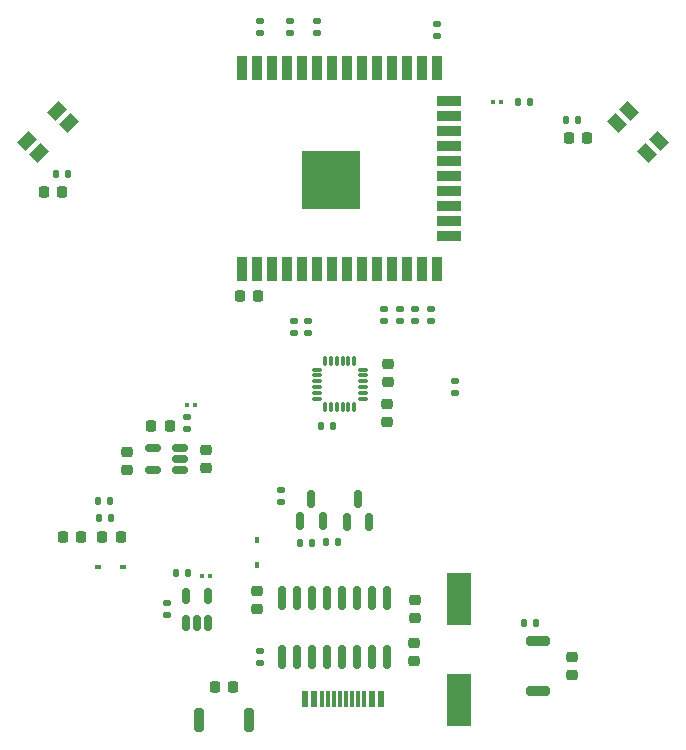
<source format=gbr>
%TF.GenerationSoftware,KiCad,Pcbnew,(6.0.0-0)*%
%TF.CreationDate,2022-03-19T01:27:05+08:00*%
%TF.ProjectId,PCB,5043422e-6b69-4636-9164-5f7063625858,rev?*%
%TF.SameCoordinates,Original*%
%TF.FileFunction,Paste,Top*%
%TF.FilePolarity,Positive*%
%FSLAX46Y46*%
G04 Gerber Fmt 4.6, Leading zero omitted, Abs format (unit mm)*
G04 Created by KiCad (PCBNEW (6.0.0-0)) date 2022-03-19 01:27:05*
%MOMM*%
%LPD*%
G01*
G04 APERTURE LIST*
G04 Aperture macros list*
%AMRoundRect*
0 Rectangle with rounded corners*
0 $1 Rounding radius*
0 $2 $3 $4 $5 $6 $7 $8 $9 X,Y pos of 4 corners*
0 Add a 4 corners polygon primitive as box body*
4,1,4,$2,$3,$4,$5,$6,$7,$8,$9,$2,$3,0*
0 Add four circle primitives for the rounded corners*
1,1,$1+$1,$2,$3*
1,1,$1+$1,$4,$5*
1,1,$1+$1,$6,$7*
1,1,$1+$1,$8,$9*
0 Add four rect primitives between the rounded corners*
20,1,$1+$1,$2,$3,$4,$5,0*
20,1,$1+$1,$4,$5,$6,$7,0*
20,1,$1+$1,$6,$7,$8,$9,0*
20,1,$1+$1,$8,$9,$2,$3,0*%
%AMRotRect*
0 Rectangle, with rotation*
0 The origin of the aperture is its center*
0 $1 length*
0 $2 width*
0 $3 Rotation angle, in degrees counterclockwise*
0 Add horizontal line*
21,1,$1,$2,0,0,$3*%
G04 Aperture macros list end*
%ADD10R,5.000000X5.000000*%
%ADD11R,0.900000X2.000000*%
%ADD12R,2.000000X0.900000*%
%ADD13RoundRect,0.225000X-0.250000X0.225000X-0.250000X-0.225000X0.250000X-0.225000X0.250000X0.225000X0*%
%ADD14RoundRect,0.135000X0.135000X0.185000X-0.135000X0.185000X-0.135000X-0.185000X0.135000X-0.185000X0*%
%ADD15RoundRect,0.225000X0.250000X-0.225000X0.250000X0.225000X-0.250000X0.225000X-0.250000X-0.225000X0*%
%ADD16RotRect,1.400000X1.050000X135.000000*%
%ADD17RoundRect,0.225000X0.225000X0.250000X-0.225000X0.250000X-0.225000X-0.250000X0.225000X-0.250000X0*%
%ADD18RoundRect,0.135000X-0.185000X0.135000X-0.185000X-0.135000X0.185000X-0.135000X0.185000X0.135000X0*%
%ADD19RoundRect,0.079500X0.079500X0.100500X-0.079500X0.100500X-0.079500X-0.100500X0.079500X-0.100500X0*%
%ADD20RoundRect,0.135000X0.185000X-0.135000X0.185000X0.135000X-0.185000X0.135000X-0.185000X-0.135000X0*%
%ADD21RotRect,1.400000X1.050000X225.000000*%
%ADD22RoundRect,0.150000X0.150000X-0.512500X0.150000X0.512500X-0.150000X0.512500X-0.150000X-0.512500X0*%
%ADD23R,2.000000X4.500000*%
%ADD24RoundRect,0.225000X-0.225000X-0.250000X0.225000X-0.250000X0.225000X0.250000X-0.225000X0.250000X0*%
%ADD25RoundRect,0.200000X0.800000X-0.200000X0.800000X0.200000X-0.800000X0.200000X-0.800000X-0.200000X0*%
%ADD26RoundRect,0.079500X-0.079500X-0.100500X0.079500X-0.100500X0.079500X0.100500X-0.079500X0.100500X0*%
%ADD27RoundRect,0.135000X-0.135000X-0.185000X0.135000X-0.185000X0.135000X0.185000X-0.135000X0.185000X0*%
%ADD28R,0.300000X1.450000*%
%ADD29R,0.600000X1.450000*%
%ADD30RoundRect,0.150000X0.150000X-0.587500X0.150000X0.587500X-0.150000X0.587500X-0.150000X-0.587500X0*%
%ADD31RoundRect,0.075000X0.075000X-0.350000X0.075000X0.350000X-0.075000X0.350000X-0.075000X-0.350000X0*%
%ADD32RoundRect,0.075000X-0.350000X-0.075000X0.350000X-0.075000X0.350000X0.075000X-0.350000X0.075000X0*%
%ADD33RoundRect,0.150000X0.512500X0.150000X-0.512500X0.150000X-0.512500X-0.150000X0.512500X-0.150000X0*%
%ADD34R,0.450000X0.600000*%
%ADD35RoundRect,0.150000X0.150000X-0.825000X0.150000X0.825000X-0.150000X0.825000X-0.150000X-0.825000X0*%
%ADD36RoundRect,0.200000X-0.200000X-0.800000X0.200000X-0.800000X0.200000X0.800000X-0.200000X0.800000X0*%
%ADD37R,0.600000X0.450000*%
G04 APERTURE END LIST*
D10*
%TO.C,U4*%
X98955000Y-83070000D03*
D11*
X91455000Y-73570000D03*
X92725000Y-73570000D03*
X93995000Y-73570000D03*
X95265000Y-73570000D03*
X96535000Y-73570000D03*
X97805000Y-73570000D03*
X99075000Y-73570000D03*
X100345000Y-73570000D03*
X101615000Y-73570000D03*
X102885000Y-73570000D03*
X104155000Y-73570000D03*
X105425000Y-73570000D03*
X106695000Y-73570000D03*
X107965000Y-73570000D03*
D12*
X108965000Y-76355000D03*
X108965000Y-77625000D03*
X108965000Y-78895000D03*
X108965000Y-80165000D03*
X108965000Y-81435000D03*
X108965000Y-82705000D03*
X108965000Y-83975000D03*
X108965000Y-85245000D03*
X108965000Y-86515000D03*
X108965000Y-87785000D03*
D11*
X107965000Y-90570000D03*
X106695000Y-90570000D03*
X105425000Y-90570000D03*
X104155000Y-90570000D03*
X102885000Y-90570000D03*
X101615000Y-90570000D03*
X100345000Y-90570000D03*
X99075000Y-90570000D03*
X97805000Y-90570000D03*
X96535000Y-90570000D03*
X95265000Y-90570000D03*
X93995000Y-90570000D03*
X92725000Y-90570000D03*
X91455000Y-90570000D03*
%TD*%
D13*
%TO.C,C7*%
X103760000Y-103505000D03*
X103760000Y-101955000D03*
%TD*%
D14*
%TO.C,R2*%
X96340000Y-113742500D03*
X97360000Y-113742500D03*
%TD*%
D15*
%TO.C,C15*%
X103780000Y-98615000D03*
X103780000Y-100165000D03*
%TD*%
D14*
%TO.C,R1*%
X98550000Y-113712500D03*
X99570000Y-113712500D03*
%TD*%
D15*
%TO.C,C2*%
X88392000Y-105905000D03*
X88392000Y-107455000D03*
%TD*%
D16*
%TO.C,SW4*%
X124236325Y-77218091D03*
X126781909Y-79763675D03*
X125763675Y-80781909D03*
X123218091Y-78236325D03*
%TD*%
D17*
%TO.C,C9*%
X76265000Y-113284000D03*
X77815000Y-113284000D03*
%TD*%
D14*
%TO.C,R14*%
X79310000Y-111610000D03*
X80330000Y-111610000D03*
%TD*%
D18*
%TO.C,R4*%
X95474000Y-70604000D03*
X95474000Y-69584000D03*
%TD*%
D19*
%TO.C,D3*%
X112685000Y-76454000D03*
X113375000Y-76454000D03*
%TD*%
D17*
%TO.C,C12*%
X119113000Y-79502000D03*
X120663000Y-79502000D03*
%TD*%
D20*
%TO.C,R11*%
X107950000Y-69848000D03*
X107950000Y-70868000D03*
%TD*%
D21*
%TO.C,SW5*%
X75763675Y-77218091D03*
X73218091Y-79763675D03*
X76781909Y-78236325D03*
X74236325Y-80781909D03*
%TD*%
D14*
%TO.C,R25*%
X75690000Y-82550000D03*
X76710000Y-82550000D03*
%TD*%
D22*
%TO.C,U3*%
X86680000Y-118242500D03*
X88580000Y-118242500D03*
X88580000Y-120517500D03*
X87630000Y-120517500D03*
X86680000Y-120517500D03*
%TD*%
D23*
%TO.C,Y1*%
X109820000Y-127030000D03*
X109820000Y-118530000D03*
%TD*%
D24*
%TO.C,C4*%
X85325000Y-103840000D03*
X83775000Y-103840000D03*
%TD*%
D14*
%TO.C,R12*%
X79290000Y-110236000D03*
X80310000Y-110236000D03*
%TD*%
D25*
%TO.C,SW1*%
X116470000Y-122094000D03*
X116470000Y-126294000D03*
%TD*%
D15*
%TO.C,C10*%
X119380000Y-123431000D03*
X119380000Y-124981000D03*
%TD*%
D20*
%TO.C,R22*%
X92964000Y-70614000D03*
X92964000Y-69594000D03*
%TD*%
D17*
%TO.C,C13*%
X91295000Y-92880000D03*
X92845000Y-92880000D03*
%TD*%
D26*
%TO.C,D4*%
X86777000Y-102108000D03*
X87467000Y-102108000D03*
%TD*%
D18*
%TO.C,R15*%
X104802000Y-94998000D03*
X104802000Y-93978000D03*
%TD*%
%TO.C,R16*%
X106122000Y-94998000D03*
X106122000Y-93978000D03*
%TD*%
%TO.C,R3*%
X97790000Y-70614000D03*
X97790000Y-69594000D03*
%TD*%
D15*
%TO.C,C1*%
X106060000Y-118605000D03*
X106060000Y-120155000D03*
%TD*%
D27*
%TO.C,R13*%
X116334000Y-120514000D03*
X115314000Y-120514000D03*
%TD*%
D28*
%TO.C,P1*%
X98250000Y-126955000D03*
X99250000Y-126955000D03*
X100750000Y-126955000D03*
X101750000Y-126955000D03*
D29*
X102450000Y-126955000D03*
X103250000Y-126955000D03*
D28*
X101250000Y-126955000D03*
X100250000Y-126955000D03*
X99750000Y-126955000D03*
X98750000Y-126955000D03*
D29*
X97550000Y-126955000D03*
X96750000Y-126955000D03*
%TD*%
D18*
%TO.C,R10*%
X97028000Y-96014000D03*
X97028000Y-94994000D03*
%TD*%
D30*
%TO.C,Q2*%
X97330000Y-110045000D03*
X98280000Y-111920000D03*
X96380000Y-111920000D03*
%TD*%
D31*
%TO.C,U5*%
X98460000Y-98380000D03*
X98960000Y-98380000D03*
X99460000Y-98380000D03*
X99960000Y-98380000D03*
X100460000Y-98380000D03*
X100960000Y-98380000D03*
D32*
X101660000Y-99080000D03*
X101660000Y-99580000D03*
X101660000Y-100080000D03*
X101660000Y-100580000D03*
X101660000Y-101080000D03*
X101660000Y-101580000D03*
D31*
X100960000Y-102280000D03*
X100460000Y-102280000D03*
X99960000Y-102280000D03*
X99460000Y-102280000D03*
X98960000Y-102280000D03*
X98460000Y-102280000D03*
D32*
X97760000Y-101580000D03*
X97760000Y-101080000D03*
X97760000Y-100580000D03*
X97760000Y-100080000D03*
X97760000Y-99580000D03*
X97760000Y-99080000D03*
%TD*%
D18*
%TO.C,R19*%
X92964000Y-123954000D03*
X92964000Y-122934000D03*
%TD*%
D27*
%TO.C,R23*%
X119888000Y-77978000D03*
X118868000Y-77978000D03*
%TD*%
D26*
%TO.C,D5*%
X88737000Y-116586000D03*
X88047000Y-116586000D03*
%TD*%
D27*
%TO.C,R8*%
X86870000Y-116332000D03*
X85850000Y-116332000D03*
%TD*%
D20*
%TO.C,R20*%
X109474000Y-100074000D03*
X109474000Y-101094000D03*
%TD*%
D18*
%TO.C,R9*%
X95850000Y-96010000D03*
X95850000Y-94990000D03*
%TD*%
D33*
%TO.C,U1*%
X83912500Y-107590000D03*
X83912500Y-105690000D03*
X86187500Y-105690000D03*
X86187500Y-106640000D03*
X86187500Y-107590000D03*
%TD*%
D30*
%TO.C,Q1*%
X101260000Y-110075000D03*
X102210000Y-111950000D03*
X100310000Y-111950000D03*
%TD*%
D20*
%TO.C,R18*%
X94760000Y-109272500D03*
X94760000Y-110292500D03*
%TD*%
D24*
%TO.C,C8*%
X81165000Y-113284000D03*
X79615000Y-113284000D03*
%TD*%
D15*
%TO.C,C5*%
X81690000Y-106035000D03*
X81690000Y-107585000D03*
%TD*%
D34*
%TO.C,D1*%
X92710000Y-115604000D03*
X92710000Y-113504000D03*
%TD*%
D18*
%TO.C,R24*%
X107442000Y-94998000D03*
X107442000Y-93978000D03*
%TD*%
D13*
%TO.C,C6*%
X92710000Y-119393000D03*
X92710000Y-117843000D03*
%TD*%
D14*
%TO.C,R21*%
X98130000Y-103820000D03*
X99150000Y-103820000D03*
%TD*%
D35*
%TO.C,U2*%
X94869000Y-118429000D03*
X96139000Y-118429000D03*
X97409000Y-118429000D03*
X98679000Y-118429000D03*
X99949000Y-118429000D03*
X101219000Y-118429000D03*
X102489000Y-118429000D03*
X103759000Y-118429000D03*
X103759000Y-123379000D03*
X102489000Y-123379000D03*
X101219000Y-123379000D03*
X99949000Y-123379000D03*
X98679000Y-123379000D03*
X97409000Y-123379000D03*
X96139000Y-123379000D03*
X94869000Y-123379000D03*
%TD*%
D13*
%TO.C,C3*%
X106040000Y-123765000D03*
X106040000Y-122215000D03*
%TD*%
D24*
%TO.C,C14*%
X76213000Y-84074000D03*
X74663000Y-84074000D03*
%TD*%
D36*
%TO.C,SW2*%
X92016000Y-128778000D03*
X87816000Y-128778000D03*
%TD*%
D37*
%TO.C,D2*%
X79240000Y-115780000D03*
X81340000Y-115780000D03*
%TD*%
D18*
%TO.C,R6*%
X86760000Y-104142000D03*
X86760000Y-103122000D03*
%TD*%
%TO.C,R17*%
X103452000Y-94998000D03*
X103452000Y-93978000D03*
%TD*%
D27*
%TO.C,R5*%
X115826000Y-76454000D03*
X114806000Y-76454000D03*
%TD*%
D18*
%TO.C,R7*%
X85090000Y-119892000D03*
X85090000Y-118872000D03*
%TD*%
D24*
%TO.C,C11*%
X90704000Y-125984000D03*
X89154000Y-125984000D03*
%TD*%
M02*

</source>
